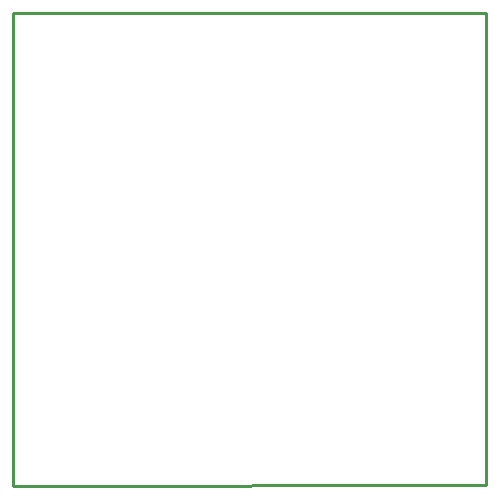
<source format=gko>
%FSAX43Y43*%
%MOMM*%
G71*
G01*
G75*
G04 Layer_Color=16711935*
%ADD10C,0.203*%
%ADD11R,0.600X0.500*%
%ADD12R,1.270X0.914*%
%ADD13R,0.914X0.914*%
%ADD14R,0.650X1.100*%
%ADD15R,1.100X0.650*%
%ADD16R,0.500X0.600*%
%ADD17R,0.762X0.762*%
%ADD18R,0.762X0.762*%
%ADD19R,0.450X0.450*%
G04:AMPARAMS|DCode=20|XSize=5mm|YSize=5mm|CornerRadius=0.5mm|HoleSize=0mm|Usage=FLASHONLY|Rotation=90.000|XOffset=0mm|YOffset=0mm|HoleType=Round|Shape=RoundedRectangle|*
%AMROUNDEDRECTD20*
21,1,5.000,4.000,0,0,90.0*
21,1,4.000,5.000,0,0,90.0*
1,1,1.000,2.000,2.000*
1,1,1.000,2.000,-2.000*
1,1,1.000,-2.000,-2.000*
1,1,1.000,-2.000,2.000*
%
%ADD20ROUNDEDRECTD20*%
%ADD21O,1.050X0.250*%
%ADD22O,0.250X1.050*%
G04:AMPARAMS|DCode=23|XSize=0.25mm|YSize=0.7mm|CornerRadius=0.063mm|HoleSize=0mm|Usage=FLASHONLY|Rotation=90.000|XOffset=0mm|YOffset=0mm|HoleType=Round|Shape=RoundedRectangle|*
%AMROUNDEDRECTD23*
21,1,0.250,0.575,0,0,90.0*
21,1,0.125,0.700,0,0,90.0*
1,1,0.125,0.287,0.063*
1,1,0.125,0.287,-0.063*
1,1,0.125,-0.287,-0.063*
1,1,0.125,-0.287,0.063*
%
%ADD23ROUNDEDRECTD23*%
G04:AMPARAMS|DCode=24|XSize=0.25mm|YSize=0.7mm|CornerRadius=0.063mm|HoleSize=0mm|Usage=FLASHONLY|Rotation=0.000|XOffset=0mm|YOffset=0mm|HoleType=Round|Shape=RoundedRectangle|*
%AMROUNDEDRECTD24*
21,1,0.250,0.575,0,0,0.0*
21,1,0.125,0.700,0,0,0.0*
1,1,0.125,0.063,-0.287*
1,1,0.125,-0.063,-0.287*
1,1,0.125,-0.063,0.287*
1,1,0.125,0.063,0.287*
%
%ADD24ROUNDEDRECTD24*%
%ADD25R,1.700X1.700*%
%ADD26R,3.000X2.100*%
%ADD27R,1.600X0.800*%
G04:AMPARAMS|DCode=28|XSize=0.6mm|YSize=1.4mm|CornerRadius=0.15mm|HoleSize=0mm|Usage=FLASHONLY|Rotation=270.000|XOffset=0mm|YOffset=0mm|HoleType=Round|Shape=RoundedRectangle|*
%AMROUNDEDRECTD28*
21,1,0.600,1.100,0,0,270.0*
21,1,0.300,1.400,0,0,270.0*
1,1,0.300,-0.550,-0.150*
1,1,0.300,-0.550,0.150*
1,1,0.300,0.550,0.150*
1,1,0.300,0.550,-0.150*
%
%ADD28ROUNDEDRECTD28*%
G04:AMPARAMS|DCode=29|XSize=0.6mm|YSize=1.4mm|CornerRadius=0.15mm|HoleSize=0mm|Usage=FLASHONLY|Rotation=0.000|XOffset=0mm|YOffset=0mm|HoleType=Round|Shape=RoundedRectangle|*
%AMROUNDEDRECTD29*
21,1,0.600,1.100,0,0,0.0*
21,1,0.300,1.400,0,0,0.0*
1,1,0.300,0.150,-0.550*
1,1,0.300,-0.150,-0.550*
1,1,0.300,-0.150,0.550*
1,1,0.300,0.150,0.550*
%
%ADD29ROUNDEDRECTD29*%
%ADD30R,2.700X1.600*%
%ADD31R,2.400X1.600*%
%ADD32R,0.400X1.350*%
%ADD33R,0.800X1.000*%
%ADD34O,0.300X1.800*%
%ADD35O,1.800X0.300*%
%ADD36R,0.700X0.225*%
%ADD37R,0.400X2.000*%
%ADD38C,0.250*%
%ADD39C,0.225*%
%ADD40C,0.400*%
%ADD41C,0.254*%
%ADD42C,0.500*%
%ADD43C,1.524*%
%ADD44R,1.500X1.500*%
%ADD45C,1.500*%
%ADD46C,0.500*%
%ADD47C,0.600*%
%ADD48C,0.305*%
%ADD49C,0.200*%
%ADD50C,0.150*%
%ADD51C,0.070*%
%ADD52R,0.803X0.703*%
%ADD53R,1.473X1.118*%
%ADD54R,1.118X1.118*%
%ADD55R,0.853X1.303*%
%ADD56R,1.303X0.853*%
%ADD57R,0.703X0.803*%
%ADD58R,0.965X0.965*%
%ADD59R,0.965X0.965*%
%ADD60R,0.653X0.653*%
G04:AMPARAMS|DCode=61|XSize=5.203mm|YSize=5.203mm|CornerRadius=0.52mm|HoleSize=0mm|Usage=FLASHONLY|Rotation=90.000|XOffset=0mm|YOffset=0mm|HoleType=Round|Shape=RoundedRectangle|*
%AMROUNDEDRECTD61*
21,1,5.203,4.163,0,0,90.0*
21,1,4.163,5.203,0,0,90.0*
1,1,1.041,2.081,2.081*
1,1,1.041,2.081,-2.081*
1,1,1.041,-2.081,-2.081*
1,1,1.041,-2.081,2.081*
%
%ADD61ROUNDEDRECTD61*%
%ADD62O,1.253X0.453*%
%ADD63O,0.453X1.253*%
G04:AMPARAMS|DCode=64|XSize=0.453mm|YSize=0.903mm|CornerRadius=0.113mm|HoleSize=0mm|Usage=FLASHONLY|Rotation=90.000|XOffset=0mm|YOffset=0mm|HoleType=Round|Shape=RoundedRectangle|*
%AMROUNDEDRECTD64*
21,1,0.453,0.677,0,0,90.0*
21,1,0.227,0.903,0,0,90.0*
1,1,0.227,0.338,0.113*
1,1,0.227,0.338,-0.113*
1,1,0.227,-0.338,-0.113*
1,1,0.227,-0.338,0.113*
%
%ADD64ROUNDEDRECTD64*%
G04:AMPARAMS|DCode=65|XSize=0.453mm|YSize=0.903mm|CornerRadius=0.113mm|HoleSize=0mm|Usage=FLASHONLY|Rotation=0.000|XOffset=0mm|YOffset=0mm|HoleType=Round|Shape=RoundedRectangle|*
%AMROUNDEDRECTD65*
21,1,0.453,0.677,0,0,0.0*
21,1,0.227,0.903,0,0,0.0*
1,1,0.227,0.113,-0.338*
1,1,0.227,-0.113,-0.338*
1,1,0.227,-0.113,0.338*
1,1,0.227,0.113,0.338*
%
%ADD65ROUNDEDRECTD65*%
%ADD66R,1.903X1.903*%
%ADD67R,3.203X2.303*%
%ADD68R,1.803X1.003*%
G04:AMPARAMS|DCode=69|XSize=0.803mm|YSize=1.603mm|CornerRadius=0.201mm|HoleSize=0mm|Usage=FLASHONLY|Rotation=270.000|XOffset=0mm|YOffset=0mm|HoleType=Round|Shape=RoundedRectangle|*
%AMROUNDEDRECTD69*
21,1,0.803,1.202,0,0,270.0*
21,1,0.402,1.603,0,0,270.0*
1,1,0.402,-0.601,-0.201*
1,1,0.402,-0.601,0.201*
1,1,0.402,0.601,0.201*
1,1,0.402,0.601,-0.201*
%
%ADD69ROUNDEDRECTD69*%
G04:AMPARAMS|DCode=70|XSize=0.803mm|YSize=1.603mm|CornerRadius=0.201mm|HoleSize=0mm|Usage=FLASHONLY|Rotation=0.000|XOffset=0mm|YOffset=0mm|HoleType=Round|Shape=RoundedRectangle|*
%AMROUNDEDRECTD70*
21,1,0.803,1.202,0,0,0.0*
21,1,0.402,1.603,0,0,0.0*
1,1,0.402,0.201,-0.601*
1,1,0.402,-0.201,-0.601*
1,1,0.402,-0.201,0.601*
1,1,0.402,0.201,0.601*
%
%ADD70ROUNDEDRECTD70*%
%ADD71R,2.903X1.803*%
%ADD72R,2.603X1.803*%
%ADD73R,0.603X1.553*%
%ADD74R,1.003X1.203*%
%ADD75O,0.503X2.003*%
%ADD76O,2.003X0.503*%
%ADD77R,0.903X0.428*%
%ADD78R,0.603X2.203*%
%ADD79C,1.727*%
%ADD80R,1.703X1.703*%
%ADD81C,1.703*%
D41*
X0000000Y0039976D02*
X0040000Y0040000D01*
X0000000Y-0000024D02*
Y0039976D01*
X0040000Y0000000D02*
Y0040000D01*
X0000000Y-0000024D02*
X0040000Y0000000D01*
M02*

</source>
